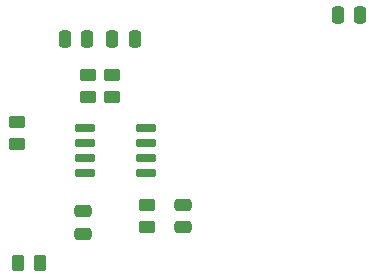
<source format=gbr>
%TF.GenerationSoftware,KiCad,Pcbnew,5.99.0-unknown-34fb55dc9c~93~ubuntu20.04.1*%
%TF.CreationDate,2020-12-20T23:19:58+03:00*%
%TF.ProjectId,uhf_detector,7568665f-6465-4746-9563-746f722e6b69,rev?*%
%TF.SameCoordinates,Original*%
%TF.FileFunction,Paste,Top*%
%TF.FilePolarity,Positive*%
%FSLAX46Y46*%
G04 Gerber Fmt 4.6, Leading zero omitted, Abs format (unit mm)*
G04 Created by KiCad (PCBNEW 5.99.0-unknown-34fb55dc9c~93~ubuntu20.04.1) date 2020-12-20 23:19:58*
%MOMM*%
%LPD*%
G01*
G04 APERTURE LIST*
G04 Aperture macros list*
%AMRoundRect*
0 Rectangle with rounded corners*
0 $1 Rounding radius*
0 $2 $3 $4 $5 $6 $7 $8 $9 X,Y pos of 4 corners*
0 Add a 4 corners polygon primitive as box body*
4,1,4,$2,$3,$4,$5,$6,$7,$8,$9,$2,$3,0*
0 Add four circle primitives for the rounded corners*
1,1,$1+$1,$2,$3,0*
1,1,$1+$1,$4,$5,0*
1,1,$1+$1,$6,$7,0*
1,1,$1+$1,$8,$9,0*
0 Add four rect primitives between the rounded corners*
20,1,$1+$1,$2,$3,$4,$5,0*
20,1,$1+$1,$4,$5,$6,$7,0*
20,1,$1+$1,$6,$7,$8,$9,0*
20,1,$1+$1,$8,$9,$2,$3,0*%
G04 Aperture macros list end*
%ADD10RoundRect,0.250000X-0.450000X0.262500X-0.450000X-0.262500X0.450000X-0.262500X0.450000X0.262500X0*%
%ADD11RoundRect,0.150000X0.725000X0.150000X-0.725000X0.150000X-0.725000X-0.150000X0.725000X-0.150000X0*%
%ADD12RoundRect,0.250000X0.262500X0.450000X-0.262500X0.450000X-0.262500X-0.450000X0.262500X-0.450000X0*%
%ADD13RoundRect,0.250000X0.450000X-0.262500X0.450000X0.262500X-0.450000X0.262500X-0.450000X-0.262500X0*%
%ADD14RoundRect,0.250000X0.250000X0.475000X-0.250000X0.475000X-0.250000X-0.475000X0.250000X-0.475000X0*%
%ADD15RoundRect,0.250000X-0.250000X-0.475000X0.250000X-0.475000X0.250000X0.475000X-0.250000X0.475000X0*%
%ADD16RoundRect,0.250000X-0.475000X0.250000X-0.475000X-0.250000X0.475000X-0.250000X0.475000X0.250000X0*%
G04 APERTURE END LIST*
D10*
%TO.C,R5*%
X32000000Y-45912500D03*
X32000000Y-44087500D03*
%TD*%
D11*
%TO.C,U1*%
X29725000Y-52405000D03*
X29725000Y-51135000D03*
X29725000Y-49865000D03*
X29725000Y-48595000D03*
X34875000Y-48595000D03*
X34875000Y-49865000D03*
X34875000Y-51135000D03*
X34875000Y-52405000D03*
%TD*%
D12*
%TO.C,R4*%
X24087500Y-60000000D03*
X25912500Y-60000000D03*
%TD*%
D10*
%TO.C,R3*%
X24000000Y-49912500D03*
X24000000Y-48087500D03*
%TD*%
%TO.C,R2*%
X35000000Y-56912500D03*
X35000000Y-55087500D03*
%TD*%
D13*
%TO.C,R1*%
X30000000Y-44087500D03*
X30000000Y-45912500D03*
%TD*%
D14*
%TO.C,C6*%
X32050000Y-41000000D03*
X33950000Y-41000000D03*
%TD*%
D15*
%TO.C,C5*%
X29950000Y-41000000D03*
X28050000Y-41000000D03*
%TD*%
D16*
%TO.C,C4*%
X29600000Y-57500000D03*
X29600000Y-55600000D03*
%TD*%
%TO.C,C3*%
X38000000Y-56950000D03*
X38000000Y-55050000D03*
%TD*%
D15*
%TO.C,C1*%
X53050000Y-39000000D03*
X51150000Y-39000000D03*
%TD*%
M02*

</source>
